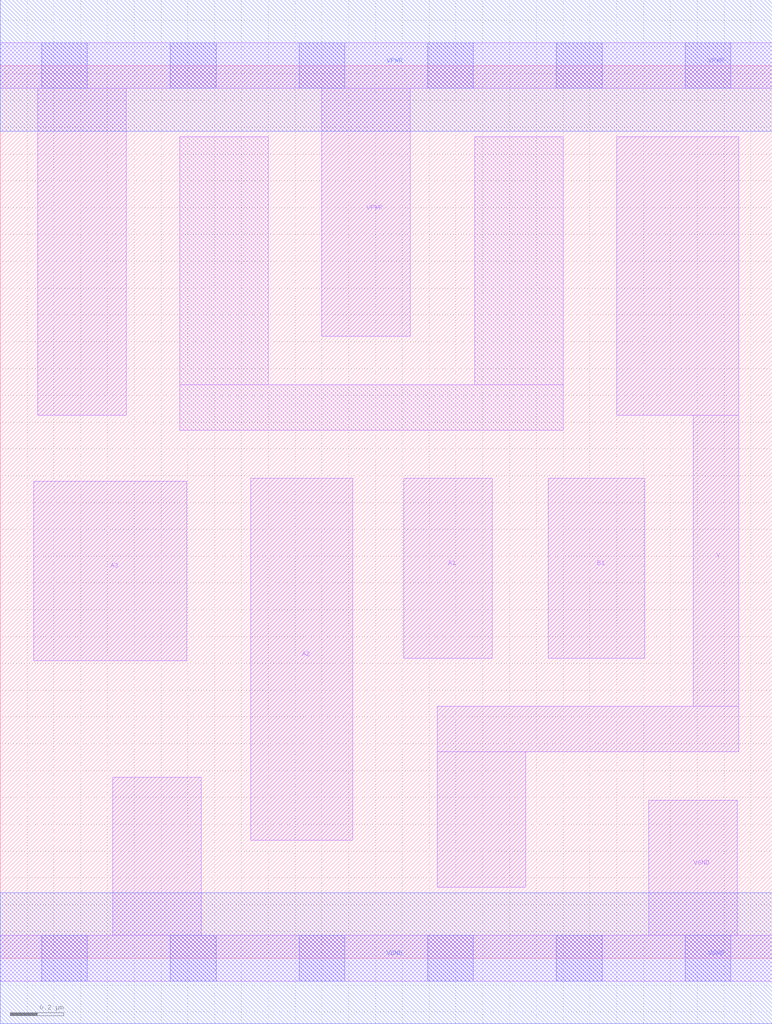
<source format=lef>
# Copyright 2020 The SkyWater PDK Authors
#
# Licensed under the Apache License, Version 2.0 (the "License");
# you may not use this file except in compliance with the License.
# You may obtain a copy of the License at
#
#     https://www.apache.org/licenses/LICENSE-2.0
#
# Unless required by applicable law or agreed to in writing, software
# distributed under the License is distributed on an "AS IS" BASIS,
# WITHOUT WARRANTIES OR CONDITIONS OF ANY KIND, either express or implied.
# See the License for the specific language governing permissions and
# limitations under the License.
#
# SPDX-License-Identifier: Apache-2.0

VERSION 5.7 ;
  NAMESCASESENSITIVE ON ;
  NOWIREEXTENSIONATPIN ON ;
  DIVIDERCHAR "/" ;
  BUSBITCHARS "[]" ;
UNITS
  DATABASE MICRONS 200 ;
END UNITS
MACRO sky130_fd_sc_lp__a31oi_lp
  CLASS CORE ;
  SOURCE USER ;
  FOREIGN sky130_fd_sc_lp__a31oi_lp ;
  ORIGIN  0.000000  0.000000 ;
  SIZE  2.880000 BY  3.330000 ;
  SYMMETRY X Y R90 ;
  SITE unit ;
  PIN A1
    ANTENNAGATEAREA  0.313000 ;
    DIRECTION INPUT ;
    USE SIGNAL ;
    PORT
      LAYER li1 ;
        RECT 1.505000 1.120000 1.835000 1.790000 ;
    END
  END A1
  PIN A2
    ANTENNAGATEAREA  0.313000 ;
    DIRECTION INPUT ;
    USE SIGNAL ;
    PORT
      LAYER li1 ;
        RECT 0.935000 0.440000 1.315000 1.790000 ;
    END
  END A2
  PIN A3
    ANTENNAGATEAREA  0.313000 ;
    DIRECTION INPUT ;
    USE SIGNAL ;
    PORT
      LAYER li1 ;
        RECT 0.125000 1.110000 0.695000 1.780000 ;
    END
  END A3
  PIN B1
    ANTENNAGATEAREA  0.376000 ;
    DIRECTION INPUT ;
    USE SIGNAL ;
    PORT
      LAYER li1 ;
        RECT 2.045000 1.120000 2.405000 1.790000 ;
    END
  END B1
  PIN Y
    ANTENNADIFFAREA  0.402600 ;
    DIRECTION OUTPUT ;
    USE SIGNAL ;
    PORT
      LAYER li1 ;
        RECT 1.630000 0.265000 1.960000 0.770000 ;
        RECT 1.630000 0.770000 2.755000 0.940000 ;
        RECT 2.300000 2.025000 2.755000 3.065000 ;
        RECT 2.585000 0.940000 2.755000 2.025000 ;
    END
  END Y
  PIN VGND
    DIRECTION INOUT ;
    USE GROUND ;
    PORT
      LAYER li1 ;
        RECT 0.000000 -0.085000 2.880000 0.085000 ;
        RECT 0.420000  0.085000 0.750000 0.675000 ;
        RECT 2.420000  0.085000 2.750000 0.590000 ;
      LAYER mcon ;
        RECT 0.155000 -0.085000 0.325000 0.085000 ;
        RECT 0.635000 -0.085000 0.805000 0.085000 ;
        RECT 1.115000 -0.085000 1.285000 0.085000 ;
        RECT 1.595000 -0.085000 1.765000 0.085000 ;
        RECT 2.075000 -0.085000 2.245000 0.085000 ;
        RECT 2.555000 -0.085000 2.725000 0.085000 ;
      LAYER met1 ;
        RECT 0.000000 -0.245000 2.880000 0.245000 ;
    END
  END VGND
  PIN VPWR
    DIRECTION INOUT ;
    USE POWER ;
    PORT
      LAYER li1 ;
        RECT 0.000000 3.245000 2.880000 3.415000 ;
        RECT 0.140000 2.025000 0.470000 3.245000 ;
        RECT 1.200000 2.320000 1.530000 3.245000 ;
      LAYER mcon ;
        RECT 0.155000 3.245000 0.325000 3.415000 ;
        RECT 0.635000 3.245000 0.805000 3.415000 ;
        RECT 1.115000 3.245000 1.285000 3.415000 ;
        RECT 1.595000 3.245000 1.765000 3.415000 ;
        RECT 2.075000 3.245000 2.245000 3.415000 ;
        RECT 2.555000 3.245000 2.725000 3.415000 ;
      LAYER met1 ;
        RECT 0.000000 3.085000 2.880000 3.575000 ;
    END
  END VPWR
  OBS
    LAYER li1 ;
      RECT 0.670000 1.970000 2.100000 2.140000 ;
      RECT 0.670000 2.140000 1.000000 3.065000 ;
      RECT 1.770000 2.140000 2.100000 3.065000 ;
  END
END sky130_fd_sc_lp__a31oi_lp

</source>
